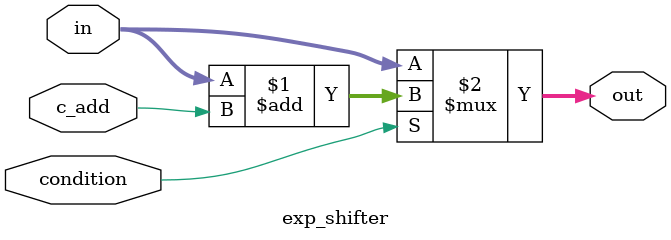
<source format=v>
module fp_adder(
    a,
    b,
    out,
    mode
);
parameter EXP_SIZE = 8;
parameter SIGN_SIZE = 1; 
parameter MANTISSA_SIZE = 7;
parameter SIGN_BIT = 9;                             
integer i;
input [SIGN_SIZE + EXP_SIZE-1:-MANTISSA_SIZE] a;
input [SIGN_SIZE + EXP_SIZE-1:-MANTISSA_SIZE] b;

input mode;
output [SIGN_SIZE + EXP_SIZE-1:-MANTISSA_SIZE] out;

wire a_sign,b_sign,b_sign1,borrow,carry;
wire [MANTISSA_SIZE-1:0] a_mantissa,b_mantissa,m1_out,m2_out,out_mantissa;
wire [EXP_SIZE-1:0] a_exp,b_exp,sub_exp_out,m3_out,out_exp;
wire [MANTISSA_SIZE:0] p1_out,r1_out,p2_out,r2_out,a1_out;
wire outSignBit,condition;


assign {a_sign,a_exp,a_mantissa} = a;
assign {b_sign1,b_exp,b_mantissa} = b;
assign b_sign = mode ? b_sign1 : (~b_sign1); 

assign condition= (a_sign == b_sign) ? 1:0;
//assign b_sign = mode ? b_sign1 : (~b_sign1); 




sub #(.INPUT_SIZE(8)) s1 (a_exp,b_exp,sub_exp_out,borrow);


mux_2_1 #(.INPUT_SIZE(7)) m1 (b_mantissa,a_mantissa,borrow,m1_out);
mux_2_1 #(.INPUT_SIZE(7)) m2 (a_mantissa,b_mantissa,borrow,m2_out);

prepend #(.INPUT_SIZE(7)) p1 (m1_out,p1_out);
right_shift  #(.INPUT_SIZE(8),.SHIFT_SIZE(EXP_SIZE)) r1 (p1_out,sub_exp_out,r1_out,1'b1);
prepend #(.INPUT_SIZE(7)) p2 (m2_out,p2_out);

wire [7:0] sub_man_out;
wire man_borrow;
sub #(.INPUT_SIZE(8)) s2 (r1_out,p2_out,sub_man_out,man_borrow);
wire [7:0]man3_out,man4_out;
mux_2_1 #(.INPUT_SIZE(8)) m5 (r1_out,p2_out,man_borrow,man3_out);
mux_2_1 #(.INPUT_SIZE(8)) m4 (p2_out,r1_out,man_borrow,man4_out);

mux_2_1 #(.INPUT_SIZE(EXP_SIZE)) m3 (a_exp,b_exp,borrow,m3_out);

adder_sub_8_bit a1 (.a(man3_out),.b(man4_out),.out(a1_out),.condition(condition),.exp(m3_out),.exp_out(out_exp));

//exp_shifter e1(m3_out,carry,out_exp,condition);
//right_shift #(.INPUT_SIZE(8),.SHIFT_SIZE(1)) r2 (a1_out,carry,r2_out,condition);

assign out_mantissa = a1_out[MANTISSA_SIZE-1:0];


assign outSignBit = ((a_exp>b_exp)||((a_exp==b_exp)&&(a_mantissa>b_mantissa))) ? a_sign : b_sign;
assign out = {outSignBit,out_exp,out_mantissa};

endmodule

module mux_2_1 #(parameter INPUT_SIZE = 8)(
    i1,
    i2,
    select,
    out
);
input [INPUT_SIZE-1: 0] i1;
input [INPUT_SIZE-1: 0] i2;
input select;
output [INPUT_SIZE-1: 0] out;

assign out = select ? i2 : i1;

endmodule

module sub #(parameter INPUT_SIZE = 7)(
    a,
    b,
    out,
    borrow
);
input [INPUT_SIZE-1: 0] a;
input [INPUT_SIZE-1: 0] b;
output [INPUT_SIZE-1: 0] out;
output borrow;

wire [INPUT_SIZE-1: 0]par_out;

assign par_out = a-b;
assign borrow = par_out[INPUT_SIZE-1];
assign out = borrow ? -par_out : par_out;

endmodule

module adder_sub_8_bit(
    a,
    b,
    out,
    condition,
    exp,
    exp_out
);
input [7:0] a;
input [7:0] b,exp;
input condition;
output reg [7:0] out;
output reg [7:0]exp_out;
 reg carry;
 integer i;

always @(a,b) begin
    if(condition) {carry,out}=a+b;
    else {carry,out}=a-b;
     exp_out=exp;

    if(condition) begin
        out=out>>carry;
        exp_out=exp_out+carry;
    end
//    else begin
//        for(i=0;i<8;i=i+1)
//       // while(out[7]!=1'b1)
//        begin
//            out=out<<1'b1;
//            exp_out=exp_out-1'b1;
//        end
//    end
end




endmodule

// module right_shift #(parameter INPUT_SIZE = 8,parameter SHIFT_SIZE = 1)(
//     in,
//     shift_amount,
//     out,
//     condition
// );
// input [INPUT_SIZE-1:0] in;
// input [SHIFT_SIZE-1:0] shift_amount;
// output [INPUT_SIZE-1:0] out;
// input condition;
// assign out =condition? in >>> shift_amount : in << shift_amount;

// endmodule

module prepend #(parameter INPUT_SIZE = 7)(
    in,
    out
);
input [INPUT_SIZE-1:0] in;
output [INPUT_SIZE:0] out;

assign out = {1'b1,in};

endmodule

module exp_shifter(
    in,
    c_add,
    out,condition
);
input [7:0] in;
input c_add;
output [7:0] out;
input condition;
assign out = condition ? in + c_add :in;

endmodule

</source>
